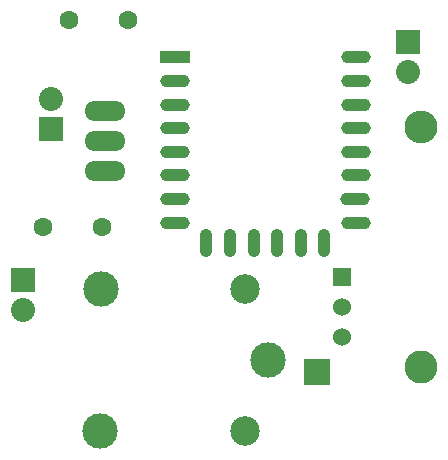
<source format=gbr>
G04 #@! TF.FileFunction,Copper,L1,Top,Signal*
%FSLAX46Y46*%
G04 Gerber Fmt 4.6, Leading zero omitted, Abs format (unit mm)*
G04 Created by KiCad (PCBNEW 4.0.2+dfsg1-stable) date mar 17 ene 2017 15:42:20 COT*
%MOMM*%
G01*
G04 APERTURE LIST*
%ADD10C,0.100000*%
%ADD11R,2.500000X1.100000*%
%ADD12O,2.500000X1.100000*%
%ADD13O,1.100000X2.400000*%
%ADD14C,1.600000*%
%ADD15R,2.032000X2.032000*%
%ADD16O,2.032000X2.032000*%
%ADD17C,2.500000*%
%ADD18C,3.000000*%
%ADD19R,2.235200X2.235200*%
%ADD20C,1.524000*%
%ADD21R,1.524000X1.524000*%
%ADD22C,2.800000*%
%ADD23O,2.800000X2.800000*%
%ADD24O,3.500120X1.699260*%
G04 APERTURE END LIST*
D10*
D11*
X187260000Y-91440000D03*
D12*
X187260000Y-93440000D03*
X187260000Y-95440000D03*
X187260000Y-97440000D03*
X187260000Y-99440000D03*
X187260000Y-101440000D03*
X187260000Y-103440000D03*
X187260000Y-105440000D03*
X202660000Y-105440000D03*
X202560000Y-103440000D03*
X202660000Y-101440000D03*
X202660000Y-99440000D03*
X202660000Y-97440000D03*
X202660000Y-95440000D03*
X202660000Y-93440000D03*
X202660000Y-91440000D03*
D13*
X189950000Y-107190000D03*
X191950000Y-107190000D03*
X193950000Y-107190000D03*
X195950000Y-107190000D03*
X197950000Y-107190000D03*
X199950000Y-107190000D03*
D14*
X181150000Y-105800000D03*
X176150000Y-105800000D03*
X183300000Y-88300000D03*
X178300000Y-88300000D03*
D15*
X176800000Y-97500000D03*
D16*
X176800000Y-94960000D03*
D15*
X207010000Y-90170000D03*
D16*
X207010000Y-92710000D03*
D17*
X193200000Y-111050000D03*
D18*
X181000000Y-111050000D03*
X180950000Y-123100000D03*
D17*
X193200000Y-123050000D03*
D18*
X195150000Y-117100000D03*
D15*
X174400000Y-110300000D03*
D16*
X174400000Y-112840000D03*
D19*
X199350000Y-118050000D03*
D20*
X201400000Y-112540000D03*
X201400000Y-115080000D03*
D21*
X201400000Y-110000000D03*
D22*
X208150000Y-117650000D03*
D23*
X208150000Y-97330000D03*
D24*
X181350000Y-98550000D03*
X181350000Y-96010000D03*
X181350000Y-101090000D03*
M02*

</source>
